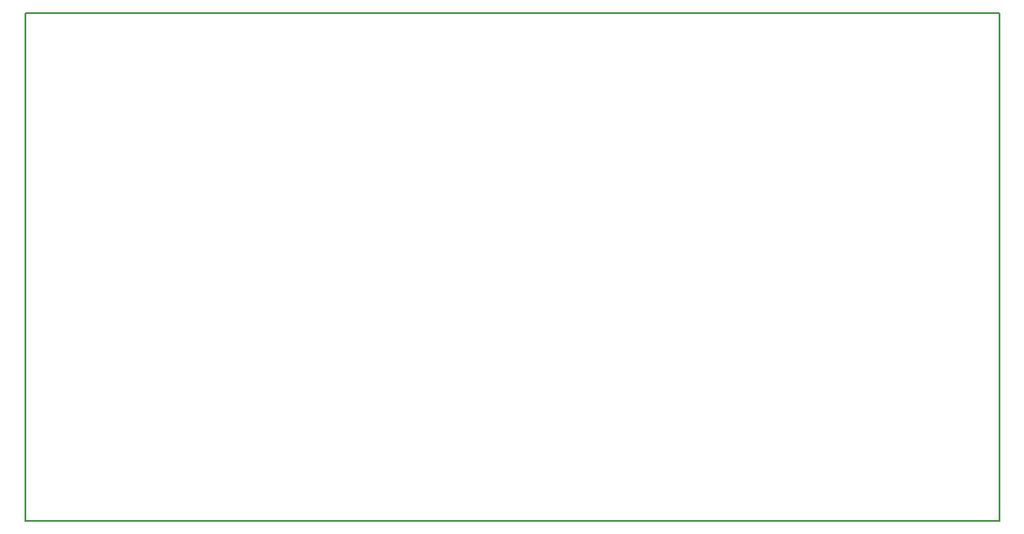
<source format=gbr>
G04 #@! TF.FileFunction,Profile,NP*
%FSLAX46Y46*%
G04 Gerber Fmt 4.6, Leading zero omitted, Abs format (unit mm)*
G04 Created by KiCad (PCBNEW 4.0.7) date Friday, July 06, 2018 'PMt' 05:05:22 PM*
%MOMM*%
%LPD*%
G01*
G04 APERTURE LIST*
%ADD10C,0.100000*%
%ADD11C,0.150000*%
G04 APERTURE END LIST*
D10*
D11*
X218313000Y-50038000D02*
X217424000Y-50038000D01*
X218313000Y-99187000D02*
X218313000Y-50038000D01*
X124079000Y-99187000D02*
X218313000Y-99187000D01*
X124079000Y-50038000D02*
X124079000Y-99187000D01*
X217424000Y-50038000D02*
X124079000Y-50038000D01*
M02*

</source>
